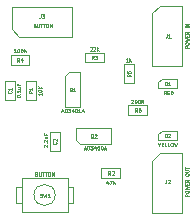
<source format=gbr>
%TF.GenerationSoftware,KiCad,Pcbnew,8.0.1*%
%TF.CreationDate,2024-05-12T21:11:43+05:30*%
%TF.ProjectId,PBSEQ-D2,50425345-512d-4443-922e-6b696361645f,0.1*%
%TF.SameCoordinates,Original*%
%TF.FileFunction,AssemblyDrawing,Top*%
%FSLAX46Y46*%
G04 Gerber Fmt 4.6, Leading zero omitted, Abs format (unit mm)*
G04 Created by KiCad (PCBNEW 8.0.1) date 2024-05-12 21:11:43*
%MOMM*%
%LPD*%
G01*
G04 APERTURE LIST*
%ADD10C,0.060000*%
%ADD11C,0.100000*%
G04 APERTURE END LIST*
D10*
X138416428Y-95539237D02*
X138430714Y-95524951D01*
X138430714Y-95524951D02*
X138459286Y-95510665D01*
X138459286Y-95510665D02*
X138530714Y-95510665D01*
X138530714Y-95510665D02*
X138559286Y-95524951D01*
X138559286Y-95524951D02*
X138573571Y-95539237D01*
X138573571Y-95539237D02*
X138587857Y-95567808D01*
X138587857Y-95567808D02*
X138587857Y-95596380D01*
X138587857Y-95596380D02*
X138573571Y-95639237D01*
X138573571Y-95639237D02*
X138402143Y-95810665D01*
X138402143Y-95810665D02*
X138587857Y-95810665D01*
X138702142Y-95539237D02*
X138716428Y-95524951D01*
X138716428Y-95524951D02*
X138745000Y-95510665D01*
X138745000Y-95510665D02*
X138816428Y-95510665D01*
X138816428Y-95510665D02*
X138845000Y-95524951D01*
X138845000Y-95524951D02*
X138859285Y-95539237D01*
X138859285Y-95539237D02*
X138873571Y-95567808D01*
X138873571Y-95567808D02*
X138873571Y-95596380D01*
X138873571Y-95596380D02*
X138859285Y-95639237D01*
X138859285Y-95639237D02*
X138687857Y-95810665D01*
X138687857Y-95810665D02*
X138873571Y-95810665D01*
X139002142Y-95810665D02*
X139002142Y-95510665D01*
X139173571Y-95810665D02*
X139044999Y-95639237D01*
X139173571Y-95510665D02*
X139002142Y-95682094D01*
X138745000Y-96540665D02*
X138645000Y-96397808D01*
X138573571Y-96540665D02*
X138573571Y-96240665D01*
X138573571Y-96240665D02*
X138687857Y-96240665D01*
X138687857Y-96240665D02*
X138716428Y-96254951D01*
X138716428Y-96254951D02*
X138730714Y-96269237D01*
X138730714Y-96269237D02*
X138745000Y-96297808D01*
X138745000Y-96297808D02*
X138745000Y-96340665D01*
X138745000Y-96340665D02*
X138730714Y-96369237D01*
X138730714Y-96369237D02*
X138716428Y-96383522D01*
X138716428Y-96383522D02*
X138687857Y-96397808D01*
X138687857Y-96397808D02*
X138573571Y-96397808D01*
X138845000Y-96240665D02*
X139030714Y-96240665D01*
X139030714Y-96240665D02*
X138930714Y-96354951D01*
X138930714Y-96354951D02*
X138973571Y-96354951D01*
X138973571Y-96354951D02*
X139002143Y-96369237D01*
X139002143Y-96369237D02*
X139016428Y-96383522D01*
X139016428Y-96383522D02*
X139030714Y-96412094D01*
X139030714Y-96412094D02*
X139030714Y-96483522D01*
X139030714Y-96483522D02*
X139016428Y-96512094D01*
X139016428Y-96512094D02*
X139002143Y-96526380D01*
X139002143Y-96526380D02*
X138973571Y-96540665D01*
X138973571Y-96540665D02*
X138887857Y-96540665D01*
X138887857Y-96540665D02*
X138859285Y-96526380D01*
X138859285Y-96526380D02*
X138845000Y-96512094D01*
X141625714Y-96765665D02*
X141454285Y-96765665D01*
X141540000Y-96765665D02*
X141540000Y-96465665D01*
X141540000Y-96465665D02*
X141511428Y-96508522D01*
X141511428Y-96508522D02*
X141482857Y-96537094D01*
X141482857Y-96537094D02*
X141454285Y-96551380D01*
X141754285Y-96765665D02*
X141754285Y-96465665D01*
X141925714Y-96765665D02*
X141797142Y-96594237D01*
X141925714Y-96465665D02*
X141754285Y-96637094D01*
X141875665Y-97829999D02*
X141732808Y-97929999D01*
X141875665Y-98001428D02*
X141575665Y-98001428D01*
X141575665Y-98001428D02*
X141575665Y-97887142D01*
X141575665Y-97887142D02*
X141589951Y-97858571D01*
X141589951Y-97858571D02*
X141604237Y-97844285D01*
X141604237Y-97844285D02*
X141632808Y-97829999D01*
X141632808Y-97829999D02*
X141675665Y-97829999D01*
X141675665Y-97829999D02*
X141704237Y-97844285D01*
X141704237Y-97844285D02*
X141718522Y-97858571D01*
X141718522Y-97858571D02*
X141732808Y-97887142D01*
X141732808Y-97887142D02*
X141732808Y-98001428D01*
X141575665Y-97558571D02*
X141575665Y-97701428D01*
X141575665Y-97701428D02*
X141718522Y-97715714D01*
X141718522Y-97715714D02*
X141704237Y-97701428D01*
X141704237Y-97701428D02*
X141689951Y-97672857D01*
X141689951Y-97672857D02*
X141689951Y-97601428D01*
X141689951Y-97601428D02*
X141704237Y-97572857D01*
X141704237Y-97572857D02*
X141718522Y-97558571D01*
X141718522Y-97558571D02*
X141747094Y-97544285D01*
X141747094Y-97544285D02*
X141818522Y-97544285D01*
X141818522Y-97544285D02*
X141847094Y-97558571D01*
X141847094Y-97558571D02*
X141861380Y-97572857D01*
X141861380Y-97572857D02*
X141875665Y-97601428D01*
X141875665Y-97601428D02*
X141875665Y-97672857D01*
X141875665Y-97672857D02*
X141861380Y-97701428D01*
X141861380Y-97701428D02*
X141847094Y-97715714D01*
X133751428Y-93681022D02*
X133794285Y-93695308D01*
X133794285Y-93695308D02*
X133808571Y-93709594D01*
X133808571Y-93709594D02*
X133822857Y-93738165D01*
X133822857Y-93738165D02*
X133822857Y-93781022D01*
X133822857Y-93781022D02*
X133808571Y-93809594D01*
X133808571Y-93809594D02*
X133794285Y-93823880D01*
X133794285Y-93823880D02*
X133765714Y-93838165D01*
X133765714Y-93838165D02*
X133651428Y-93838165D01*
X133651428Y-93838165D02*
X133651428Y-93538165D01*
X133651428Y-93538165D02*
X133751428Y-93538165D01*
X133751428Y-93538165D02*
X133780000Y-93552451D01*
X133780000Y-93552451D02*
X133794285Y-93566737D01*
X133794285Y-93566737D02*
X133808571Y-93595308D01*
X133808571Y-93595308D02*
X133808571Y-93623880D01*
X133808571Y-93623880D02*
X133794285Y-93652451D01*
X133794285Y-93652451D02*
X133780000Y-93666737D01*
X133780000Y-93666737D02*
X133751428Y-93681022D01*
X133751428Y-93681022D02*
X133651428Y-93681022D01*
X133951428Y-93538165D02*
X133951428Y-93781022D01*
X133951428Y-93781022D02*
X133965714Y-93809594D01*
X133965714Y-93809594D02*
X133980000Y-93823880D01*
X133980000Y-93823880D02*
X134008571Y-93838165D01*
X134008571Y-93838165D02*
X134065714Y-93838165D01*
X134065714Y-93838165D02*
X134094285Y-93823880D01*
X134094285Y-93823880D02*
X134108571Y-93809594D01*
X134108571Y-93809594D02*
X134122857Y-93781022D01*
X134122857Y-93781022D02*
X134122857Y-93538165D01*
X134222857Y-93538165D02*
X134394286Y-93538165D01*
X134308571Y-93838165D02*
X134308571Y-93538165D01*
X134451428Y-93538165D02*
X134622857Y-93538165D01*
X134537142Y-93838165D02*
X134537142Y-93538165D01*
X134779999Y-93538165D02*
X134837142Y-93538165D01*
X134837142Y-93538165D02*
X134865713Y-93552451D01*
X134865713Y-93552451D02*
X134894285Y-93581022D01*
X134894285Y-93581022D02*
X134908570Y-93638165D01*
X134908570Y-93638165D02*
X134908570Y-93738165D01*
X134908570Y-93738165D02*
X134894285Y-93795308D01*
X134894285Y-93795308D02*
X134865713Y-93823880D01*
X134865713Y-93823880D02*
X134837142Y-93838165D01*
X134837142Y-93838165D02*
X134779999Y-93838165D01*
X134779999Y-93838165D02*
X134751428Y-93823880D01*
X134751428Y-93823880D02*
X134722856Y-93795308D01*
X134722856Y-93795308D02*
X134708570Y-93738165D01*
X134708570Y-93738165D02*
X134708570Y-93638165D01*
X134708570Y-93638165D02*
X134722856Y-93581022D01*
X134722856Y-93581022D02*
X134751428Y-93552451D01*
X134751428Y-93552451D02*
X134779999Y-93538165D01*
X135037142Y-93838165D02*
X135037142Y-93538165D01*
X135037142Y-93538165D02*
X135208571Y-93838165D01*
X135208571Y-93838165D02*
X135208571Y-93538165D01*
X134247500Y-92755665D02*
X134247500Y-92969951D01*
X134247500Y-92969951D02*
X134233215Y-93012808D01*
X134233215Y-93012808D02*
X134204643Y-93041380D01*
X134204643Y-93041380D02*
X134161786Y-93055665D01*
X134161786Y-93055665D02*
X134133215Y-93055665D01*
X134361786Y-92755665D02*
X134547500Y-92755665D01*
X134547500Y-92755665D02*
X134447500Y-92869951D01*
X134447500Y-92869951D02*
X134490357Y-92869951D01*
X134490357Y-92869951D02*
X134518929Y-92884237D01*
X134518929Y-92884237D02*
X134533214Y-92898522D01*
X134533214Y-92898522D02*
X134547500Y-92927094D01*
X134547500Y-92927094D02*
X134547500Y-92998522D01*
X134547500Y-92998522D02*
X134533214Y-93027094D01*
X134533214Y-93027094D02*
X134518929Y-93041380D01*
X134518929Y-93041380D02*
X134490357Y-93055665D01*
X134490357Y-93055665D02*
X134404643Y-93055665D01*
X134404643Y-93055665D02*
X134376071Y-93041380D01*
X134376071Y-93041380D02*
X134361786Y-93027094D01*
X146785665Y-95605714D02*
X146485665Y-95605714D01*
X146485665Y-95605714D02*
X146485665Y-95491428D01*
X146485665Y-95491428D02*
X146499951Y-95462857D01*
X146499951Y-95462857D02*
X146514237Y-95448571D01*
X146514237Y-95448571D02*
X146542808Y-95434285D01*
X146542808Y-95434285D02*
X146585665Y-95434285D01*
X146585665Y-95434285D02*
X146614237Y-95448571D01*
X146614237Y-95448571D02*
X146628522Y-95462857D01*
X146628522Y-95462857D02*
X146642808Y-95491428D01*
X146642808Y-95491428D02*
X146642808Y-95605714D01*
X146485665Y-95248571D02*
X146485665Y-95191428D01*
X146485665Y-95191428D02*
X146499951Y-95162857D01*
X146499951Y-95162857D02*
X146528522Y-95134285D01*
X146528522Y-95134285D02*
X146585665Y-95120000D01*
X146585665Y-95120000D02*
X146685665Y-95120000D01*
X146685665Y-95120000D02*
X146742808Y-95134285D01*
X146742808Y-95134285D02*
X146771380Y-95162857D01*
X146771380Y-95162857D02*
X146785665Y-95191428D01*
X146785665Y-95191428D02*
X146785665Y-95248571D01*
X146785665Y-95248571D02*
X146771380Y-95277143D01*
X146771380Y-95277143D02*
X146742808Y-95305714D01*
X146742808Y-95305714D02*
X146685665Y-95320000D01*
X146685665Y-95320000D02*
X146585665Y-95320000D01*
X146585665Y-95320000D02*
X146528522Y-95305714D01*
X146528522Y-95305714D02*
X146499951Y-95277143D01*
X146499951Y-95277143D02*
X146485665Y-95248571D01*
X146485665Y-95019999D02*
X146785665Y-94948571D01*
X146785665Y-94948571D02*
X146571380Y-94891428D01*
X146571380Y-94891428D02*
X146785665Y-94834285D01*
X146785665Y-94834285D02*
X146485665Y-94762857D01*
X146628522Y-94648571D02*
X146628522Y-94548571D01*
X146785665Y-94505714D02*
X146785665Y-94648571D01*
X146785665Y-94648571D02*
X146485665Y-94648571D01*
X146485665Y-94648571D02*
X146485665Y-94505714D01*
X146785665Y-94205713D02*
X146642808Y-94305713D01*
X146785665Y-94377142D02*
X146485665Y-94377142D01*
X146485665Y-94377142D02*
X146485665Y-94262856D01*
X146485665Y-94262856D02*
X146499951Y-94234285D01*
X146499951Y-94234285D02*
X146514237Y-94219999D01*
X146514237Y-94219999D02*
X146542808Y-94205713D01*
X146542808Y-94205713D02*
X146585665Y-94205713D01*
X146585665Y-94205713D02*
X146614237Y-94219999D01*
X146614237Y-94219999D02*
X146628522Y-94234285D01*
X146628522Y-94234285D02*
X146642808Y-94262856D01*
X146642808Y-94262856D02*
X146642808Y-94377142D01*
X146785665Y-93848571D02*
X146485665Y-93848571D01*
X146785665Y-93705714D02*
X146485665Y-93705714D01*
X146485665Y-93705714D02*
X146785665Y-93534285D01*
X146785665Y-93534285D02*
X146485665Y-93534285D01*
X144950000Y-94405665D02*
X144950000Y-94619951D01*
X144950000Y-94619951D02*
X144935715Y-94662808D01*
X144935715Y-94662808D02*
X144907143Y-94691380D01*
X144907143Y-94691380D02*
X144864286Y-94705665D01*
X144864286Y-94705665D02*
X144835715Y-94705665D01*
X145250000Y-94705665D02*
X145078571Y-94705665D01*
X145164286Y-94705665D02*
X145164286Y-94405665D01*
X145164286Y-94405665D02*
X145135714Y-94448522D01*
X145135714Y-94448522D02*
X145107143Y-94477094D01*
X145107143Y-94477094D02*
X145078571Y-94491380D01*
X136026428Y-100955951D02*
X136169286Y-100955951D01*
X135997857Y-101041665D02*
X136097857Y-100741665D01*
X136097857Y-100741665D02*
X136197857Y-101041665D01*
X136355000Y-100741665D02*
X136412143Y-100741665D01*
X136412143Y-100741665D02*
X136440714Y-100755951D01*
X136440714Y-100755951D02*
X136469286Y-100784522D01*
X136469286Y-100784522D02*
X136483571Y-100841665D01*
X136483571Y-100841665D02*
X136483571Y-100941665D01*
X136483571Y-100941665D02*
X136469286Y-100998808D01*
X136469286Y-100998808D02*
X136440714Y-101027380D01*
X136440714Y-101027380D02*
X136412143Y-101041665D01*
X136412143Y-101041665D02*
X136355000Y-101041665D01*
X136355000Y-101041665D02*
X136326429Y-101027380D01*
X136326429Y-101027380D02*
X136297857Y-100998808D01*
X136297857Y-100998808D02*
X136283571Y-100941665D01*
X136283571Y-100941665D02*
X136283571Y-100841665D01*
X136283571Y-100841665D02*
X136297857Y-100784522D01*
X136297857Y-100784522D02*
X136326429Y-100755951D01*
X136326429Y-100755951D02*
X136355000Y-100741665D01*
X136583572Y-100741665D02*
X136769286Y-100741665D01*
X136769286Y-100741665D02*
X136669286Y-100855951D01*
X136669286Y-100855951D02*
X136712143Y-100855951D01*
X136712143Y-100855951D02*
X136740715Y-100870237D01*
X136740715Y-100870237D02*
X136755000Y-100884522D01*
X136755000Y-100884522D02*
X136769286Y-100913094D01*
X136769286Y-100913094D02*
X136769286Y-100984522D01*
X136769286Y-100984522D02*
X136755000Y-101013094D01*
X136755000Y-101013094D02*
X136740715Y-101027380D01*
X136740715Y-101027380D02*
X136712143Y-101041665D01*
X136712143Y-101041665D02*
X136626429Y-101041665D01*
X136626429Y-101041665D02*
X136597857Y-101027380D01*
X136597857Y-101027380D02*
X136583572Y-101013094D01*
X137026429Y-100841665D02*
X137026429Y-101041665D01*
X136955000Y-100727380D02*
X136883571Y-100941665D01*
X136883571Y-100941665D02*
X137069286Y-100941665D01*
X137240714Y-100741665D02*
X137269285Y-100741665D01*
X137269285Y-100741665D02*
X137297857Y-100755951D01*
X137297857Y-100755951D02*
X137312143Y-100770237D01*
X137312143Y-100770237D02*
X137326428Y-100798808D01*
X137326428Y-100798808D02*
X137340714Y-100855951D01*
X137340714Y-100855951D02*
X137340714Y-100927380D01*
X137340714Y-100927380D02*
X137326428Y-100984522D01*
X137326428Y-100984522D02*
X137312143Y-101013094D01*
X137312143Y-101013094D02*
X137297857Y-101027380D01*
X137297857Y-101027380D02*
X137269285Y-101041665D01*
X137269285Y-101041665D02*
X137240714Y-101041665D01*
X137240714Y-101041665D02*
X137212143Y-101027380D01*
X137212143Y-101027380D02*
X137197857Y-101013094D01*
X137197857Y-101013094D02*
X137183571Y-100984522D01*
X137183571Y-100984522D02*
X137169285Y-100927380D01*
X137169285Y-100927380D02*
X137169285Y-100855951D01*
X137169285Y-100855951D02*
X137183571Y-100798808D01*
X137183571Y-100798808D02*
X137197857Y-100770237D01*
X137197857Y-100770237D02*
X137212143Y-100755951D01*
X137212143Y-100755951D02*
X137240714Y-100741665D01*
X137626428Y-101041665D02*
X137454999Y-101041665D01*
X137540714Y-101041665D02*
X137540714Y-100741665D01*
X137540714Y-100741665D02*
X137512142Y-100784522D01*
X137512142Y-100784522D02*
X137483571Y-100813094D01*
X137483571Y-100813094D02*
X137454999Y-100827380D01*
X137740713Y-100955951D02*
X137883571Y-100955951D01*
X137712142Y-101041665D02*
X137812142Y-100741665D01*
X137812142Y-100741665D02*
X137912142Y-101041665D01*
X136926428Y-99270237D02*
X136897857Y-99255951D01*
X136897857Y-99255951D02*
X136869285Y-99227380D01*
X136869285Y-99227380D02*
X136826428Y-99184522D01*
X136826428Y-99184522D02*
X136797857Y-99170237D01*
X136797857Y-99170237D02*
X136769285Y-99170237D01*
X136783571Y-99241665D02*
X136755000Y-99227380D01*
X136755000Y-99227380D02*
X136726428Y-99198808D01*
X136726428Y-99198808D02*
X136712142Y-99141665D01*
X136712142Y-99141665D02*
X136712142Y-99041665D01*
X136712142Y-99041665D02*
X136726428Y-98984522D01*
X136726428Y-98984522D02*
X136755000Y-98955951D01*
X136755000Y-98955951D02*
X136783571Y-98941665D01*
X136783571Y-98941665D02*
X136840714Y-98941665D01*
X136840714Y-98941665D02*
X136869285Y-98955951D01*
X136869285Y-98955951D02*
X136897857Y-98984522D01*
X136897857Y-98984522D02*
X136912142Y-99041665D01*
X136912142Y-99041665D02*
X136912142Y-99141665D01*
X136912142Y-99141665D02*
X136897857Y-99198808D01*
X136897857Y-99198808D02*
X136869285Y-99227380D01*
X136869285Y-99227380D02*
X136840714Y-99241665D01*
X136840714Y-99241665D02*
X136783571Y-99241665D01*
X137197857Y-99241665D02*
X137026428Y-99241665D01*
X137112143Y-99241665D02*
X137112143Y-98941665D01*
X137112143Y-98941665D02*
X137083571Y-98984522D01*
X137083571Y-98984522D02*
X137055000Y-99013094D01*
X137055000Y-99013094D02*
X137026428Y-99027380D01*
X144857143Y-99525665D02*
X144757143Y-99382808D01*
X144685714Y-99525665D02*
X144685714Y-99225665D01*
X144685714Y-99225665D02*
X144800000Y-99225665D01*
X144800000Y-99225665D02*
X144828571Y-99239951D01*
X144828571Y-99239951D02*
X144842857Y-99254237D01*
X144842857Y-99254237D02*
X144857143Y-99282808D01*
X144857143Y-99282808D02*
X144857143Y-99325665D01*
X144857143Y-99325665D02*
X144842857Y-99354237D01*
X144842857Y-99354237D02*
X144828571Y-99368522D01*
X144828571Y-99368522D02*
X144800000Y-99382808D01*
X144800000Y-99382808D02*
X144685714Y-99382808D01*
X144985714Y-99368522D02*
X145085714Y-99368522D01*
X145128571Y-99525665D02*
X144985714Y-99525665D01*
X144985714Y-99525665D02*
X144985714Y-99225665D01*
X144985714Y-99225665D02*
X145128571Y-99225665D01*
X145257143Y-99525665D02*
X145257143Y-99225665D01*
X145257143Y-99225665D02*
X145328572Y-99225665D01*
X145328572Y-99225665D02*
X145371429Y-99239951D01*
X145371429Y-99239951D02*
X145400000Y-99268522D01*
X145400000Y-99268522D02*
X145414286Y-99297094D01*
X145414286Y-99297094D02*
X145428572Y-99354237D01*
X145428572Y-99354237D02*
X145428572Y-99397094D01*
X145428572Y-99397094D02*
X145414286Y-99454237D01*
X145414286Y-99454237D02*
X145400000Y-99482808D01*
X145400000Y-99482808D02*
X145371429Y-99511380D01*
X145371429Y-99511380D02*
X145328572Y-99525665D01*
X145328572Y-99525665D02*
X145257143Y-99525665D01*
X144778571Y-98745665D02*
X144778571Y-98445665D01*
X144778571Y-98445665D02*
X144850000Y-98445665D01*
X144850000Y-98445665D02*
X144892857Y-98459951D01*
X144892857Y-98459951D02*
X144921428Y-98488522D01*
X144921428Y-98488522D02*
X144935714Y-98517094D01*
X144935714Y-98517094D02*
X144950000Y-98574237D01*
X144950000Y-98574237D02*
X144950000Y-98617094D01*
X144950000Y-98617094D02*
X144935714Y-98674237D01*
X144935714Y-98674237D02*
X144921428Y-98702808D01*
X144921428Y-98702808D02*
X144892857Y-98731380D01*
X144892857Y-98731380D02*
X144850000Y-98745665D01*
X144850000Y-98745665D02*
X144778571Y-98745665D01*
X145235714Y-98745665D02*
X145064285Y-98745665D01*
X145150000Y-98745665D02*
X145150000Y-98445665D01*
X145150000Y-98445665D02*
X145121428Y-98488522D01*
X145121428Y-98488522D02*
X145092857Y-98517094D01*
X145092857Y-98517094D02*
X145064285Y-98531380D01*
X139969286Y-106950665D02*
X139969286Y-107150665D01*
X139897857Y-106836380D02*
X139826428Y-107050665D01*
X139826428Y-107050665D02*
X140012143Y-107050665D01*
X140097857Y-106850665D02*
X140297857Y-106850665D01*
X140297857Y-106850665D02*
X140169285Y-107150665D01*
X140412142Y-107150665D02*
X140412142Y-106850665D01*
X140583571Y-107150665D02*
X140454999Y-106979237D01*
X140583571Y-106850665D02*
X140412142Y-107022094D01*
X140155000Y-106320665D02*
X140055000Y-106177808D01*
X139983571Y-106320665D02*
X139983571Y-106020665D01*
X139983571Y-106020665D02*
X140097857Y-106020665D01*
X140097857Y-106020665D02*
X140126428Y-106034951D01*
X140126428Y-106034951D02*
X140140714Y-106049237D01*
X140140714Y-106049237D02*
X140155000Y-106077808D01*
X140155000Y-106077808D02*
X140155000Y-106120665D01*
X140155000Y-106120665D02*
X140140714Y-106149237D01*
X140140714Y-106149237D02*
X140126428Y-106163522D01*
X140126428Y-106163522D02*
X140097857Y-106177808D01*
X140097857Y-106177808D02*
X139983571Y-106177808D01*
X140269285Y-106049237D02*
X140283571Y-106034951D01*
X140283571Y-106034951D02*
X140312143Y-106020665D01*
X140312143Y-106020665D02*
X140383571Y-106020665D01*
X140383571Y-106020665D02*
X140412143Y-106034951D01*
X140412143Y-106034951D02*
X140426428Y-106049237D01*
X140426428Y-106049237D02*
X140440714Y-106077808D01*
X140440714Y-106077808D02*
X140440714Y-106106380D01*
X140440714Y-106106380D02*
X140426428Y-106149237D01*
X140426428Y-106149237D02*
X140255000Y-106320665D01*
X140255000Y-106320665D02*
X140440714Y-106320665D01*
X141918571Y-99984237D02*
X141932857Y-99969951D01*
X141932857Y-99969951D02*
X141961429Y-99955665D01*
X141961429Y-99955665D02*
X142032857Y-99955665D01*
X142032857Y-99955665D02*
X142061429Y-99969951D01*
X142061429Y-99969951D02*
X142075714Y-99984237D01*
X142075714Y-99984237D02*
X142090000Y-100012808D01*
X142090000Y-100012808D02*
X142090000Y-100041380D01*
X142090000Y-100041380D02*
X142075714Y-100084237D01*
X142075714Y-100084237D02*
X141904286Y-100255665D01*
X141904286Y-100255665D02*
X142090000Y-100255665D01*
X142275714Y-99955665D02*
X142304285Y-99955665D01*
X142304285Y-99955665D02*
X142332857Y-99969951D01*
X142332857Y-99969951D02*
X142347143Y-99984237D01*
X142347143Y-99984237D02*
X142361428Y-100012808D01*
X142361428Y-100012808D02*
X142375714Y-100069951D01*
X142375714Y-100069951D02*
X142375714Y-100141380D01*
X142375714Y-100141380D02*
X142361428Y-100198522D01*
X142361428Y-100198522D02*
X142347143Y-100227094D01*
X142347143Y-100227094D02*
X142332857Y-100241380D01*
X142332857Y-100241380D02*
X142304285Y-100255665D01*
X142304285Y-100255665D02*
X142275714Y-100255665D01*
X142275714Y-100255665D02*
X142247143Y-100241380D01*
X142247143Y-100241380D02*
X142232857Y-100227094D01*
X142232857Y-100227094D02*
X142218571Y-100198522D01*
X142218571Y-100198522D02*
X142204285Y-100141380D01*
X142204285Y-100141380D02*
X142204285Y-100069951D01*
X142204285Y-100069951D02*
X142218571Y-100012808D01*
X142218571Y-100012808D02*
X142232857Y-99984237D01*
X142232857Y-99984237D02*
X142247143Y-99969951D01*
X142247143Y-99969951D02*
X142275714Y-99955665D01*
X142561428Y-99955665D02*
X142589999Y-99955665D01*
X142589999Y-99955665D02*
X142618571Y-99969951D01*
X142618571Y-99969951D02*
X142632857Y-99984237D01*
X142632857Y-99984237D02*
X142647142Y-100012808D01*
X142647142Y-100012808D02*
X142661428Y-100069951D01*
X142661428Y-100069951D02*
X142661428Y-100141380D01*
X142661428Y-100141380D02*
X142647142Y-100198522D01*
X142647142Y-100198522D02*
X142632857Y-100227094D01*
X142632857Y-100227094D02*
X142618571Y-100241380D01*
X142618571Y-100241380D02*
X142589999Y-100255665D01*
X142589999Y-100255665D02*
X142561428Y-100255665D01*
X142561428Y-100255665D02*
X142532857Y-100241380D01*
X142532857Y-100241380D02*
X142518571Y-100227094D01*
X142518571Y-100227094D02*
X142504285Y-100198522D01*
X142504285Y-100198522D02*
X142489999Y-100141380D01*
X142489999Y-100141380D02*
X142489999Y-100069951D01*
X142489999Y-100069951D02*
X142504285Y-100012808D01*
X142504285Y-100012808D02*
X142518571Y-99984237D01*
X142518571Y-99984237D02*
X142532857Y-99969951D01*
X142532857Y-99969951D02*
X142561428Y-99955665D01*
X142961428Y-100255665D02*
X142861428Y-100112808D01*
X142789999Y-100255665D02*
X142789999Y-99955665D01*
X142789999Y-99955665D02*
X142904285Y-99955665D01*
X142904285Y-99955665D02*
X142932856Y-99969951D01*
X142932856Y-99969951D02*
X142947142Y-99984237D01*
X142947142Y-99984237D02*
X142961428Y-100012808D01*
X142961428Y-100012808D02*
X142961428Y-100055665D01*
X142961428Y-100055665D02*
X142947142Y-100084237D01*
X142947142Y-100084237D02*
X142932856Y-100098522D01*
X142932856Y-100098522D02*
X142904285Y-100112808D01*
X142904285Y-100112808D02*
X142789999Y-100112808D01*
X142440000Y-100985665D02*
X142340000Y-100842808D01*
X142268571Y-100985665D02*
X142268571Y-100685665D01*
X142268571Y-100685665D02*
X142382857Y-100685665D01*
X142382857Y-100685665D02*
X142411428Y-100699951D01*
X142411428Y-100699951D02*
X142425714Y-100714237D01*
X142425714Y-100714237D02*
X142440000Y-100742808D01*
X142440000Y-100742808D02*
X142440000Y-100785665D01*
X142440000Y-100785665D02*
X142425714Y-100814237D01*
X142425714Y-100814237D02*
X142411428Y-100828522D01*
X142411428Y-100828522D02*
X142382857Y-100842808D01*
X142382857Y-100842808D02*
X142268571Y-100842808D01*
X142697143Y-100685665D02*
X142640000Y-100685665D01*
X142640000Y-100685665D02*
X142611428Y-100699951D01*
X142611428Y-100699951D02*
X142597143Y-100714237D01*
X142597143Y-100714237D02*
X142568571Y-100757094D01*
X142568571Y-100757094D02*
X142554285Y-100814237D01*
X142554285Y-100814237D02*
X142554285Y-100928522D01*
X142554285Y-100928522D02*
X142568571Y-100957094D01*
X142568571Y-100957094D02*
X142582857Y-100971380D01*
X142582857Y-100971380D02*
X142611428Y-100985665D01*
X142611428Y-100985665D02*
X142668571Y-100985665D01*
X142668571Y-100985665D02*
X142697143Y-100971380D01*
X142697143Y-100971380D02*
X142711428Y-100957094D01*
X142711428Y-100957094D02*
X142725714Y-100928522D01*
X142725714Y-100928522D02*
X142725714Y-100857094D01*
X142725714Y-100857094D02*
X142711428Y-100828522D01*
X142711428Y-100828522D02*
X142697143Y-100814237D01*
X142697143Y-100814237D02*
X142668571Y-100799951D01*
X142668571Y-100799951D02*
X142611428Y-100799951D01*
X142611428Y-100799951D02*
X142582857Y-100814237D01*
X142582857Y-100814237D02*
X142568571Y-100828522D01*
X142568571Y-100828522D02*
X142554285Y-100857094D01*
X146785665Y-108155714D02*
X146485665Y-108155714D01*
X146485665Y-108155714D02*
X146485665Y-108041428D01*
X146485665Y-108041428D02*
X146499951Y-108012857D01*
X146499951Y-108012857D02*
X146514237Y-107998571D01*
X146514237Y-107998571D02*
X146542808Y-107984285D01*
X146542808Y-107984285D02*
X146585665Y-107984285D01*
X146585665Y-107984285D02*
X146614237Y-107998571D01*
X146614237Y-107998571D02*
X146628522Y-108012857D01*
X146628522Y-108012857D02*
X146642808Y-108041428D01*
X146642808Y-108041428D02*
X146642808Y-108155714D01*
X146485665Y-107798571D02*
X146485665Y-107741428D01*
X146485665Y-107741428D02*
X146499951Y-107712857D01*
X146499951Y-107712857D02*
X146528522Y-107684285D01*
X146528522Y-107684285D02*
X146585665Y-107670000D01*
X146585665Y-107670000D02*
X146685665Y-107670000D01*
X146685665Y-107670000D02*
X146742808Y-107684285D01*
X146742808Y-107684285D02*
X146771380Y-107712857D01*
X146771380Y-107712857D02*
X146785665Y-107741428D01*
X146785665Y-107741428D02*
X146785665Y-107798571D01*
X146785665Y-107798571D02*
X146771380Y-107827143D01*
X146771380Y-107827143D02*
X146742808Y-107855714D01*
X146742808Y-107855714D02*
X146685665Y-107870000D01*
X146685665Y-107870000D02*
X146585665Y-107870000D01*
X146585665Y-107870000D02*
X146528522Y-107855714D01*
X146528522Y-107855714D02*
X146499951Y-107827143D01*
X146499951Y-107827143D02*
X146485665Y-107798571D01*
X146485665Y-107569999D02*
X146785665Y-107498571D01*
X146785665Y-107498571D02*
X146571380Y-107441428D01*
X146571380Y-107441428D02*
X146785665Y-107384285D01*
X146785665Y-107384285D02*
X146485665Y-107312857D01*
X146628522Y-107198571D02*
X146628522Y-107098571D01*
X146785665Y-107055714D02*
X146785665Y-107198571D01*
X146785665Y-107198571D02*
X146485665Y-107198571D01*
X146485665Y-107198571D02*
X146485665Y-107055714D01*
X146785665Y-106755713D02*
X146642808Y-106855713D01*
X146785665Y-106927142D02*
X146485665Y-106927142D01*
X146485665Y-106927142D02*
X146485665Y-106812856D01*
X146485665Y-106812856D02*
X146499951Y-106784285D01*
X146499951Y-106784285D02*
X146514237Y-106769999D01*
X146514237Y-106769999D02*
X146542808Y-106755713D01*
X146542808Y-106755713D02*
X146585665Y-106755713D01*
X146585665Y-106755713D02*
X146614237Y-106769999D01*
X146614237Y-106769999D02*
X146628522Y-106784285D01*
X146628522Y-106784285D02*
X146642808Y-106812856D01*
X146642808Y-106812856D02*
X146642808Y-106927142D01*
X146485665Y-106341428D02*
X146485665Y-106284285D01*
X146485665Y-106284285D02*
X146499951Y-106255714D01*
X146499951Y-106255714D02*
X146528522Y-106227142D01*
X146528522Y-106227142D02*
X146585665Y-106212857D01*
X146585665Y-106212857D02*
X146685665Y-106212857D01*
X146685665Y-106212857D02*
X146742808Y-106227142D01*
X146742808Y-106227142D02*
X146771380Y-106255714D01*
X146771380Y-106255714D02*
X146785665Y-106284285D01*
X146785665Y-106284285D02*
X146785665Y-106341428D01*
X146785665Y-106341428D02*
X146771380Y-106370000D01*
X146771380Y-106370000D02*
X146742808Y-106398571D01*
X146742808Y-106398571D02*
X146685665Y-106412857D01*
X146685665Y-106412857D02*
X146585665Y-106412857D01*
X146585665Y-106412857D02*
X146528522Y-106398571D01*
X146528522Y-106398571D02*
X146499951Y-106370000D01*
X146499951Y-106370000D02*
X146485665Y-106341428D01*
X146485665Y-106084285D02*
X146728522Y-106084285D01*
X146728522Y-106084285D02*
X146757094Y-106069999D01*
X146757094Y-106069999D02*
X146771380Y-106055714D01*
X146771380Y-106055714D02*
X146785665Y-106027142D01*
X146785665Y-106027142D02*
X146785665Y-105969999D01*
X146785665Y-105969999D02*
X146771380Y-105941428D01*
X146771380Y-105941428D02*
X146757094Y-105927142D01*
X146757094Y-105927142D02*
X146728522Y-105912856D01*
X146728522Y-105912856D02*
X146485665Y-105912856D01*
X146485665Y-105812856D02*
X146485665Y-105641428D01*
X146785665Y-105727142D02*
X146485665Y-105727142D01*
X144900000Y-106755665D02*
X144900000Y-106969951D01*
X144900000Y-106969951D02*
X144885715Y-107012808D01*
X144885715Y-107012808D02*
X144857143Y-107041380D01*
X144857143Y-107041380D02*
X144814286Y-107055665D01*
X144814286Y-107055665D02*
X144785715Y-107055665D01*
X145028571Y-106784237D02*
X145042857Y-106769951D01*
X145042857Y-106769951D02*
X145071429Y-106755665D01*
X145071429Y-106755665D02*
X145142857Y-106755665D01*
X145142857Y-106755665D02*
X145171429Y-106769951D01*
X145171429Y-106769951D02*
X145185714Y-106784237D01*
X145185714Y-106784237D02*
X145200000Y-106812808D01*
X145200000Y-106812808D02*
X145200000Y-106841380D01*
X145200000Y-106841380D02*
X145185714Y-106884237D01*
X145185714Y-106884237D02*
X145014286Y-107055665D01*
X145014286Y-107055665D02*
X145200000Y-107055665D01*
X144292857Y-103772808D02*
X144292857Y-103915665D01*
X144192857Y-103615665D02*
X144292857Y-103772808D01*
X144292857Y-103772808D02*
X144392857Y-103615665D01*
X144492857Y-103758522D02*
X144592857Y-103758522D01*
X144635714Y-103915665D02*
X144492857Y-103915665D01*
X144492857Y-103915665D02*
X144492857Y-103615665D01*
X144492857Y-103615665D02*
X144635714Y-103615665D01*
X144907143Y-103915665D02*
X144764286Y-103915665D01*
X144764286Y-103915665D02*
X144764286Y-103615665D01*
X145150000Y-103915665D02*
X145007143Y-103915665D01*
X145007143Y-103915665D02*
X145007143Y-103615665D01*
X145307143Y-103615665D02*
X145364286Y-103615665D01*
X145364286Y-103615665D02*
X145392857Y-103629951D01*
X145392857Y-103629951D02*
X145421429Y-103658522D01*
X145421429Y-103658522D02*
X145435714Y-103715665D01*
X145435714Y-103715665D02*
X145435714Y-103815665D01*
X145435714Y-103815665D02*
X145421429Y-103872808D01*
X145421429Y-103872808D02*
X145392857Y-103901380D01*
X145392857Y-103901380D02*
X145364286Y-103915665D01*
X145364286Y-103915665D02*
X145307143Y-103915665D01*
X145307143Y-103915665D02*
X145278572Y-103901380D01*
X145278572Y-103901380D02*
X145250000Y-103872808D01*
X145250000Y-103872808D02*
X145235714Y-103815665D01*
X145235714Y-103815665D02*
X145235714Y-103715665D01*
X145235714Y-103715665D02*
X145250000Y-103658522D01*
X145250000Y-103658522D02*
X145278572Y-103629951D01*
X145278572Y-103629951D02*
X145307143Y-103615665D01*
X145535715Y-103615665D02*
X145607143Y-103915665D01*
X145607143Y-103915665D02*
X145664286Y-103701380D01*
X145664286Y-103701380D02*
X145721429Y-103915665D01*
X145721429Y-103915665D02*
X145792858Y-103615665D01*
X144778571Y-103135665D02*
X144778571Y-102835665D01*
X144778571Y-102835665D02*
X144850000Y-102835665D01*
X144850000Y-102835665D02*
X144892857Y-102849951D01*
X144892857Y-102849951D02*
X144921428Y-102878522D01*
X144921428Y-102878522D02*
X144935714Y-102907094D01*
X144935714Y-102907094D02*
X144950000Y-102964237D01*
X144950000Y-102964237D02*
X144950000Y-103007094D01*
X144950000Y-103007094D02*
X144935714Y-103064237D01*
X144935714Y-103064237D02*
X144921428Y-103092808D01*
X144921428Y-103092808D02*
X144892857Y-103121380D01*
X144892857Y-103121380D02*
X144850000Y-103135665D01*
X144850000Y-103135665D02*
X144778571Y-103135665D01*
X145064285Y-102864237D02*
X145078571Y-102849951D01*
X145078571Y-102849951D02*
X145107143Y-102835665D01*
X145107143Y-102835665D02*
X145178571Y-102835665D01*
X145178571Y-102835665D02*
X145207143Y-102849951D01*
X145207143Y-102849951D02*
X145221428Y-102864237D01*
X145221428Y-102864237D02*
X145235714Y-102892808D01*
X145235714Y-102892808D02*
X145235714Y-102921380D01*
X145235714Y-102921380D02*
X145221428Y-102964237D01*
X145221428Y-102964237D02*
X145050000Y-103135665D01*
X145050000Y-103135665D02*
X145235714Y-103135665D01*
X132155000Y-95970665D02*
X131983571Y-95970665D01*
X132069286Y-95970665D02*
X132069286Y-95670665D01*
X132069286Y-95670665D02*
X132040714Y-95713522D01*
X132040714Y-95713522D02*
X132012143Y-95742094D01*
X132012143Y-95742094D02*
X131983571Y-95756380D01*
X132340714Y-95670665D02*
X132369285Y-95670665D01*
X132369285Y-95670665D02*
X132397857Y-95684951D01*
X132397857Y-95684951D02*
X132412143Y-95699237D01*
X132412143Y-95699237D02*
X132426428Y-95727808D01*
X132426428Y-95727808D02*
X132440714Y-95784951D01*
X132440714Y-95784951D02*
X132440714Y-95856380D01*
X132440714Y-95856380D02*
X132426428Y-95913522D01*
X132426428Y-95913522D02*
X132412143Y-95942094D01*
X132412143Y-95942094D02*
X132397857Y-95956380D01*
X132397857Y-95956380D02*
X132369285Y-95970665D01*
X132369285Y-95970665D02*
X132340714Y-95970665D01*
X132340714Y-95970665D02*
X132312143Y-95956380D01*
X132312143Y-95956380D02*
X132297857Y-95942094D01*
X132297857Y-95942094D02*
X132283571Y-95913522D01*
X132283571Y-95913522D02*
X132269285Y-95856380D01*
X132269285Y-95856380D02*
X132269285Y-95784951D01*
X132269285Y-95784951D02*
X132283571Y-95727808D01*
X132283571Y-95727808D02*
X132297857Y-95699237D01*
X132297857Y-95699237D02*
X132312143Y-95684951D01*
X132312143Y-95684951D02*
X132340714Y-95670665D01*
X132626428Y-95670665D02*
X132654999Y-95670665D01*
X132654999Y-95670665D02*
X132683571Y-95684951D01*
X132683571Y-95684951D02*
X132697857Y-95699237D01*
X132697857Y-95699237D02*
X132712142Y-95727808D01*
X132712142Y-95727808D02*
X132726428Y-95784951D01*
X132726428Y-95784951D02*
X132726428Y-95856380D01*
X132726428Y-95856380D02*
X132712142Y-95913522D01*
X132712142Y-95913522D02*
X132697857Y-95942094D01*
X132697857Y-95942094D02*
X132683571Y-95956380D01*
X132683571Y-95956380D02*
X132654999Y-95970665D01*
X132654999Y-95970665D02*
X132626428Y-95970665D01*
X132626428Y-95970665D02*
X132597857Y-95956380D01*
X132597857Y-95956380D02*
X132583571Y-95942094D01*
X132583571Y-95942094D02*
X132569285Y-95913522D01*
X132569285Y-95913522D02*
X132554999Y-95856380D01*
X132554999Y-95856380D02*
X132554999Y-95784951D01*
X132554999Y-95784951D02*
X132569285Y-95727808D01*
X132569285Y-95727808D02*
X132583571Y-95699237D01*
X132583571Y-95699237D02*
X132597857Y-95684951D01*
X132597857Y-95684951D02*
X132626428Y-95670665D01*
X132854999Y-95970665D02*
X132854999Y-95670665D01*
X133026428Y-95970665D02*
X132897856Y-95799237D01*
X133026428Y-95670665D02*
X132854999Y-95842094D01*
X132455000Y-96740665D02*
X132355000Y-96597808D01*
X132283571Y-96740665D02*
X132283571Y-96440665D01*
X132283571Y-96440665D02*
X132397857Y-96440665D01*
X132397857Y-96440665D02*
X132426428Y-96454951D01*
X132426428Y-96454951D02*
X132440714Y-96469237D01*
X132440714Y-96469237D02*
X132455000Y-96497808D01*
X132455000Y-96497808D02*
X132455000Y-96540665D01*
X132455000Y-96540665D02*
X132440714Y-96569237D01*
X132440714Y-96569237D02*
X132426428Y-96583522D01*
X132426428Y-96583522D02*
X132397857Y-96597808D01*
X132397857Y-96597808D02*
X132283571Y-96597808D01*
X132712143Y-96540665D02*
X132712143Y-96740665D01*
X132640714Y-96426380D02*
X132569285Y-96640665D01*
X132569285Y-96640665D02*
X132755000Y-96640665D01*
X132220665Y-99697856D02*
X132220665Y-99669285D01*
X132220665Y-99669285D02*
X132234951Y-99640713D01*
X132234951Y-99640713D02*
X132249237Y-99626428D01*
X132249237Y-99626428D02*
X132277808Y-99612142D01*
X132277808Y-99612142D02*
X132334951Y-99597856D01*
X132334951Y-99597856D02*
X132406380Y-99597856D01*
X132406380Y-99597856D02*
X132463522Y-99612142D01*
X132463522Y-99612142D02*
X132492094Y-99626428D01*
X132492094Y-99626428D02*
X132506380Y-99640713D01*
X132506380Y-99640713D02*
X132520665Y-99669285D01*
X132520665Y-99669285D02*
X132520665Y-99697856D01*
X132520665Y-99697856D02*
X132506380Y-99726428D01*
X132506380Y-99726428D02*
X132492094Y-99740713D01*
X132492094Y-99740713D02*
X132463522Y-99754999D01*
X132463522Y-99754999D02*
X132406380Y-99769285D01*
X132406380Y-99769285D02*
X132334951Y-99769285D01*
X132334951Y-99769285D02*
X132277808Y-99754999D01*
X132277808Y-99754999D02*
X132249237Y-99740713D01*
X132249237Y-99740713D02*
X132234951Y-99726428D01*
X132234951Y-99726428D02*
X132220665Y-99697856D01*
X132492094Y-99469285D02*
X132506380Y-99454999D01*
X132506380Y-99454999D02*
X132520665Y-99469285D01*
X132520665Y-99469285D02*
X132506380Y-99483571D01*
X132506380Y-99483571D02*
X132492094Y-99469285D01*
X132492094Y-99469285D02*
X132520665Y-99469285D01*
X132520665Y-99169285D02*
X132520665Y-99340714D01*
X132520665Y-99254999D02*
X132220665Y-99254999D01*
X132220665Y-99254999D02*
X132263522Y-99283571D01*
X132263522Y-99283571D02*
X132292094Y-99312142D01*
X132292094Y-99312142D02*
X132306380Y-99340714D01*
X132320665Y-98912143D02*
X132520665Y-98912143D01*
X132320665Y-99040714D02*
X132477808Y-99040714D01*
X132477808Y-99040714D02*
X132506380Y-99026428D01*
X132506380Y-99026428D02*
X132520665Y-98997857D01*
X132520665Y-98997857D02*
X132520665Y-98955000D01*
X132520665Y-98955000D02*
X132506380Y-98926428D01*
X132506380Y-98926428D02*
X132492094Y-98912143D01*
X132363522Y-98669285D02*
X132363522Y-98769285D01*
X132520665Y-98769285D02*
X132220665Y-98769285D01*
X132220665Y-98769285D02*
X132220665Y-98626428D01*
X131762094Y-99254999D02*
X131776380Y-99269285D01*
X131776380Y-99269285D02*
X131790665Y-99312142D01*
X131790665Y-99312142D02*
X131790665Y-99340714D01*
X131790665Y-99340714D02*
X131776380Y-99383571D01*
X131776380Y-99383571D02*
X131747808Y-99412142D01*
X131747808Y-99412142D02*
X131719237Y-99426428D01*
X131719237Y-99426428D02*
X131662094Y-99440714D01*
X131662094Y-99440714D02*
X131619237Y-99440714D01*
X131619237Y-99440714D02*
X131562094Y-99426428D01*
X131562094Y-99426428D02*
X131533522Y-99412142D01*
X131533522Y-99412142D02*
X131504951Y-99383571D01*
X131504951Y-99383571D02*
X131490665Y-99340714D01*
X131490665Y-99340714D02*
X131490665Y-99312142D01*
X131490665Y-99312142D02*
X131504951Y-99269285D01*
X131504951Y-99269285D02*
X131519237Y-99254999D01*
X131790665Y-98969285D02*
X131790665Y-99140714D01*
X131790665Y-99054999D02*
X131490665Y-99054999D01*
X131490665Y-99054999D02*
X131533522Y-99083571D01*
X131533522Y-99083571D02*
X131562094Y-99112142D01*
X131562094Y-99112142D02*
X131576380Y-99140714D01*
X133906428Y-106263522D02*
X133949285Y-106277808D01*
X133949285Y-106277808D02*
X133963571Y-106292094D01*
X133963571Y-106292094D02*
X133977857Y-106320665D01*
X133977857Y-106320665D02*
X133977857Y-106363522D01*
X133977857Y-106363522D02*
X133963571Y-106392094D01*
X133963571Y-106392094D02*
X133949285Y-106406380D01*
X133949285Y-106406380D02*
X133920714Y-106420665D01*
X133920714Y-106420665D02*
X133806428Y-106420665D01*
X133806428Y-106420665D02*
X133806428Y-106120665D01*
X133806428Y-106120665D02*
X133906428Y-106120665D01*
X133906428Y-106120665D02*
X133935000Y-106134951D01*
X133935000Y-106134951D02*
X133949285Y-106149237D01*
X133949285Y-106149237D02*
X133963571Y-106177808D01*
X133963571Y-106177808D02*
X133963571Y-106206380D01*
X133963571Y-106206380D02*
X133949285Y-106234951D01*
X133949285Y-106234951D02*
X133935000Y-106249237D01*
X133935000Y-106249237D02*
X133906428Y-106263522D01*
X133906428Y-106263522D02*
X133806428Y-106263522D01*
X134106428Y-106120665D02*
X134106428Y-106363522D01*
X134106428Y-106363522D02*
X134120714Y-106392094D01*
X134120714Y-106392094D02*
X134135000Y-106406380D01*
X134135000Y-106406380D02*
X134163571Y-106420665D01*
X134163571Y-106420665D02*
X134220714Y-106420665D01*
X134220714Y-106420665D02*
X134249285Y-106406380D01*
X134249285Y-106406380D02*
X134263571Y-106392094D01*
X134263571Y-106392094D02*
X134277857Y-106363522D01*
X134277857Y-106363522D02*
X134277857Y-106120665D01*
X134377857Y-106120665D02*
X134549286Y-106120665D01*
X134463571Y-106420665D02*
X134463571Y-106120665D01*
X134606428Y-106120665D02*
X134777857Y-106120665D01*
X134692142Y-106420665D02*
X134692142Y-106120665D01*
X134934999Y-106120665D02*
X134992142Y-106120665D01*
X134992142Y-106120665D02*
X135020713Y-106134951D01*
X135020713Y-106134951D02*
X135049285Y-106163522D01*
X135049285Y-106163522D02*
X135063570Y-106220665D01*
X135063570Y-106220665D02*
X135063570Y-106320665D01*
X135063570Y-106320665D02*
X135049285Y-106377808D01*
X135049285Y-106377808D02*
X135020713Y-106406380D01*
X135020713Y-106406380D02*
X134992142Y-106420665D01*
X134992142Y-106420665D02*
X134934999Y-106420665D01*
X134934999Y-106420665D02*
X134906428Y-106406380D01*
X134906428Y-106406380D02*
X134877856Y-106377808D01*
X134877856Y-106377808D02*
X134863570Y-106320665D01*
X134863570Y-106320665D02*
X134863570Y-106220665D01*
X134863570Y-106220665D02*
X134877856Y-106163522D01*
X134877856Y-106163522D02*
X134906428Y-106134951D01*
X134906428Y-106134951D02*
X134934999Y-106120665D01*
X135192142Y-106420665D02*
X135192142Y-106120665D01*
X135192142Y-106120665D02*
X135363571Y-106420665D01*
X135363571Y-106420665D02*
X135363571Y-106120665D01*
X134221615Y-108200880D02*
X134264473Y-108215165D01*
X134264473Y-108215165D02*
X134335901Y-108215165D01*
X134335901Y-108215165D02*
X134364473Y-108200880D01*
X134364473Y-108200880D02*
X134378758Y-108186594D01*
X134378758Y-108186594D02*
X134393044Y-108158022D01*
X134393044Y-108158022D02*
X134393044Y-108129451D01*
X134393044Y-108129451D02*
X134378758Y-108100880D01*
X134378758Y-108100880D02*
X134364473Y-108086594D01*
X134364473Y-108086594D02*
X134335901Y-108072308D01*
X134335901Y-108072308D02*
X134278758Y-108058022D01*
X134278758Y-108058022D02*
X134250187Y-108043737D01*
X134250187Y-108043737D02*
X134235901Y-108029451D01*
X134235901Y-108029451D02*
X134221615Y-108000880D01*
X134221615Y-108000880D02*
X134221615Y-107972308D01*
X134221615Y-107972308D02*
X134235901Y-107943737D01*
X134235901Y-107943737D02*
X134250187Y-107929451D01*
X134250187Y-107929451D02*
X134278758Y-107915165D01*
X134278758Y-107915165D02*
X134350187Y-107915165D01*
X134350187Y-107915165D02*
X134393044Y-107929451D01*
X134493044Y-107915165D02*
X134564472Y-108215165D01*
X134564472Y-108215165D02*
X134621615Y-108000880D01*
X134621615Y-108000880D02*
X134678758Y-108215165D01*
X134678758Y-108215165D02*
X134750187Y-107915165D01*
X135021615Y-108215165D02*
X134850186Y-108215165D01*
X134935901Y-108215165D02*
X134935901Y-107915165D01*
X134935901Y-107915165D02*
X134907329Y-107958022D01*
X134907329Y-107958022D02*
X134878758Y-107986594D01*
X134878758Y-107986594D02*
X134850186Y-108000880D01*
X134330665Y-99412142D02*
X134330665Y-99583571D01*
X134330665Y-99497856D02*
X134030665Y-99497856D01*
X134030665Y-99497856D02*
X134073522Y-99526428D01*
X134073522Y-99526428D02*
X134102094Y-99554999D01*
X134102094Y-99554999D02*
X134116380Y-99583571D01*
X134030665Y-99226428D02*
X134030665Y-99197857D01*
X134030665Y-99197857D02*
X134044951Y-99169285D01*
X134044951Y-99169285D02*
X134059237Y-99155000D01*
X134059237Y-99155000D02*
X134087808Y-99140714D01*
X134087808Y-99140714D02*
X134144951Y-99126428D01*
X134144951Y-99126428D02*
X134216380Y-99126428D01*
X134216380Y-99126428D02*
X134273522Y-99140714D01*
X134273522Y-99140714D02*
X134302094Y-99155000D01*
X134302094Y-99155000D02*
X134316380Y-99169285D01*
X134316380Y-99169285D02*
X134330665Y-99197857D01*
X134330665Y-99197857D02*
X134330665Y-99226428D01*
X134330665Y-99226428D02*
X134316380Y-99255000D01*
X134316380Y-99255000D02*
X134302094Y-99269285D01*
X134302094Y-99269285D02*
X134273522Y-99283571D01*
X134273522Y-99283571D02*
X134216380Y-99297857D01*
X134216380Y-99297857D02*
X134144951Y-99297857D01*
X134144951Y-99297857D02*
X134087808Y-99283571D01*
X134087808Y-99283571D02*
X134059237Y-99269285D01*
X134059237Y-99269285D02*
X134044951Y-99255000D01*
X134044951Y-99255000D02*
X134030665Y-99226428D01*
X134330665Y-98997857D02*
X134030665Y-98997857D01*
X134330665Y-98826428D02*
X134159237Y-98955000D01*
X134030665Y-98826428D02*
X134202094Y-98997857D01*
X133560665Y-99254999D02*
X133417808Y-99354999D01*
X133560665Y-99426428D02*
X133260665Y-99426428D01*
X133260665Y-99426428D02*
X133260665Y-99312142D01*
X133260665Y-99312142D02*
X133274951Y-99283571D01*
X133274951Y-99283571D02*
X133289237Y-99269285D01*
X133289237Y-99269285D02*
X133317808Y-99254999D01*
X133317808Y-99254999D02*
X133360665Y-99254999D01*
X133360665Y-99254999D02*
X133389237Y-99269285D01*
X133389237Y-99269285D02*
X133403522Y-99283571D01*
X133403522Y-99283571D02*
X133417808Y-99312142D01*
X133417808Y-99312142D02*
X133417808Y-99426428D01*
X133560665Y-98969285D02*
X133560665Y-99140714D01*
X133560665Y-99054999D02*
X133260665Y-99054999D01*
X133260665Y-99054999D02*
X133303522Y-99083571D01*
X133303522Y-99083571D02*
X133332094Y-99112142D01*
X133332094Y-99112142D02*
X133346380Y-99140714D01*
X134559237Y-103959285D02*
X134544951Y-103944999D01*
X134544951Y-103944999D02*
X134530665Y-103916428D01*
X134530665Y-103916428D02*
X134530665Y-103844999D01*
X134530665Y-103844999D02*
X134544951Y-103816428D01*
X134544951Y-103816428D02*
X134559237Y-103802142D01*
X134559237Y-103802142D02*
X134587808Y-103787856D01*
X134587808Y-103787856D02*
X134616380Y-103787856D01*
X134616380Y-103787856D02*
X134659237Y-103802142D01*
X134659237Y-103802142D02*
X134830665Y-103973570D01*
X134830665Y-103973570D02*
X134830665Y-103787856D01*
X134802094Y-103659285D02*
X134816380Y-103644999D01*
X134816380Y-103644999D02*
X134830665Y-103659285D01*
X134830665Y-103659285D02*
X134816380Y-103673571D01*
X134816380Y-103673571D02*
X134802094Y-103659285D01*
X134802094Y-103659285D02*
X134830665Y-103659285D01*
X134559237Y-103530714D02*
X134544951Y-103516428D01*
X134544951Y-103516428D02*
X134530665Y-103487857D01*
X134530665Y-103487857D02*
X134530665Y-103416428D01*
X134530665Y-103416428D02*
X134544951Y-103387857D01*
X134544951Y-103387857D02*
X134559237Y-103373571D01*
X134559237Y-103373571D02*
X134587808Y-103359285D01*
X134587808Y-103359285D02*
X134616380Y-103359285D01*
X134616380Y-103359285D02*
X134659237Y-103373571D01*
X134659237Y-103373571D02*
X134830665Y-103544999D01*
X134830665Y-103544999D02*
X134830665Y-103359285D01*
X134630665Y-103102143D02*
X134830665Y-103102143D01*
X134630665Y-103230714D02*
X134787808Y-103230714D01*
X134787808Y-103230714D02*
X134816380Y-103216428D01*
X134816380Y-103216428D02*
X134830665Y-103187857D01*
X134830665Y-103187857D02*
X134830665Y-103145000D01*
X134830665Y-103145000D02*
X134816380Y-103116428D01*
X134816380Y-103116428D02*
X134802094Y-103102143D01*
X134673522Y-102859285D02*
X134673522Y-102959285D01*
X134830665Y-102959285D02*
X134530665Y-102959285D01*
X134530665Y-102959285D02*
X134530665Y-102816428D01*
X135572094Y-103544999D02*
X135586380Y-103559285D01*
X135586380Y-103559285D02*
X135600665Y-103602142D01*
X135600665Y-103602142D02*
X135600665Y-103630714D01*
X135600665Y-103630714D02*
X135586380Y-103673571D01*
X135586380Y-103673571D02*
X135557808Y-103702142D01*
X135557808Y-103702142D02*
X135529237Y-103716428D01*
X135529237Y-103716428D02*
X135472094Y-103730714D01*
X135472094Y-103730714D02*
X135429237Y-103730714D01*
X135429237Y-103730714D02*
X135372094Y-103716428D01*
X135372094Y-103716428D02*
X135343522Y-103702142D01*
X135343522Y-103702142D02*
X135314951Y-103673571D01*
X135314951Y-103673571D02*
X135300665Y-103630714D01*
X135300665Y-103630714D02*
X135300665Y-103602142D01*
X135300665Y-103602142D02*
X135314951Y-103559285D01*
X135314951Y-103559285D02*
X135329237Y-103544999D01*
X135329237Y-103430714D02*
X135314951Y-103416428D01*
X135314951Y-103416428D02*
X135300665Y-103387857D01*
X135300665Y-103387857D02*
X135300665Y-103316428D01*
X135300665Y-103316428D02*
X135314951Y-103287857D01*
X135314951Y-103287857D02*
X135329237Y-103273571D01*
X135329237Y-103273571D02*
X135357808Y-103259285D01*
X135357808Y-103259285D02*
X135386380Y-103259285D01*
X135386380Y-103259285D02*
X135429237Y-103273571D01*
X135429237Y-103273571D02*
X135600665Y-103444999D01*
X135600665Y-103444999D02*
X135600665Y-103259285D01*
X137916428Y-104112951D02*
X138059286Y-104112951D01*
X137887857Y-104198665D02*
X137987857Y-103898665D01*
X137987857Y-103898665D02*
X138087857Y-104198665D01*
X138245000Y-103898665D02*
X138302143Y-103898665D01*
X138302143Y-103898665D02*
X138330714Y-103912951D01*
X138330714Y-103912951D02*
X138359286Y-103941522D01*
X138359286Y-103941522D02*
X138373571Y-103998665D01*
X138373571Y-103998665D02*
X138373571Y-104098665D01*
X138373571Y-104098665D02*
X138359286Y-104155808D01*
X138359286Y-104155808D02*
X138330714Y-104184380D01*
X138330714Y-104184380D02*
X138302143Y-104198665D01*
X138302143Y-104198665D02*
X138245000Y-104198665D01*
X138245000Y-104198665D02*
X138216429Y-104184380D01*
X138216429Y-104184380D02*
X138187857Y-104155808D01*
X138187857Y-104155808D02*
X138173571Y-104098665D01*
X138173571Y-104098665D02*
X138173571Y-103998665D01*
X138173571Y-103998665D02*
X138187857Y-103941522D01*
X138187857Y-103941522D02*
X138216429Y-103912951D01*
X138216429Y-103912951D02*
X138245000Y-103898665D01*
X138473572Y-103898665D02*
X138659286Y-103898665D01*
X138659286Y-103898665D02*
X138559286Y-104012951D01*
X138559286Y-104012951D02*
X138602143Y-104012951D01*
X138602143Y-104012951D02*
X138630715Y-104027237D01*
X138630715Y-104027237D02*
X138645000Y-104041522D01*
X138645000Y-104041522D02*
X138659286Y-104070094D01*
X138659286Y-104070094D02*
X138659286Y-104141522D01*
X138659286Y-104141522D02*
X138645000Y-104170094D01*
X138645000Y-104170094D02*
X138630715Y-104184380D01*
X138630715Y-104184380D02*
X138602143Y-104198665D01*
X138602143Y-104198665D02*
X138516429Y-104198665D01*
X138516429Y-104198665D02*
X138487857Y-104184380D01*
X138487857Y-104184380D02*
X138473572Y-104170094D01*
X138916429Y-103998665D02*
X138916429Y-104198665D01*
X138845000Y-103884380D02*
X138773571Y-104098665D01*
X138773571Y-104098665D02*
X138959286Y-104098665D01*
X139130714Y-103898665D02*
X139159285Y-103898665D01*
X139159285Y-103898665D02*
X139187857Y-103912951D01*
X139187857Y-103912951D02*
X139202143Y-103927237D01*
X139202143Y-103927237D02*
X139216428Y-103955808D01*
X139216428Y-103955808D02*
X139230714Y-104012951D01*
X139230714Y-104012951D02*
X139230714Y-104084380D01*
X139230714Y-104084380D02*
X139216428Y-104141522D01*
X139216428Y-104141522D02*
X139202143Y-104170094D01*
X139202143Y-104170094D02*
X139187857Y-104184380D01*
X139187857Y-104184380D02*
X139159285Y-104198665D01*
X139159285Y-104198665D02*
X139130714Y-104198665D01*
X139130714Y-104198665D02*
X139102143Y-104184380D01*
X139102143Y-104184380D02*
X139087857Y-104170094D01*
X139087857Y-104170094D02*
X139073571Y-104141522D01*
X139073571Y-104141522D02*
X139059285Y-104084380D01*
X139059285Y-104084380D02*
X139059285Y-104012951D01*
X139059285Y-104012951D02*
X139073571Y-103955808D01*
X139073571Y-103955808D02*
X139087857Y-103927237D01*
X139087857Y-103927237D02*
X139102143Y-103912951D01*
X139102143Y-103912951D02*
X139130714Y-103898665D01*
X139416428Y-103898665D02*
X139444999Y-103898665D01*
X139444999Y-103898665D02*
X139473571Y-103912951D01*
X139473571Y-103912951D02*
X139487857Y-103927237D01*
X139487857Y-103927237D02*
X139502142Y-103955808D01*
X139502142Y-103955808D02*
X139516428Y-104012951D01*
X139516428Y-104012951D02*
X139516428Y-104084380D01*
X139516428Y-104084380D02*
X139502142Y-104141522D01*
X139502142Y-104141522D02*
X139487857Y-104170094D01*
X139487857Y-104170094D02*
X139473571Y-104184380D01*
X139473571Y-104184380D02*
X139444999Y-104198665D01*
X139444999Y-104198665D02*
X139416428Y-104198665D01*
X139416428Y-104198665D02*
X139387857Y-104184380D01*
X139387857Y-104184380D02*
X139373571Y-104170094D01*
X139373571Y-104170094D02*
X139359285Y-104141522D01*
X139359285Y-104141522D02*
X139344999Y-104084380D01*
X139344999Y-104084380D02*
X139344999Y-104012951D01*
X139344999Y-104012951D02*
X139359285Y-103955808D01*
X139359285Y-103955808D02*
X139373571Y-103927237D01*
X139373571Y-103927237D02*
X139387857Y-103912951D01*
X139387857Y-103912951D02*
X139416428Y-103898665D01*
X139630713Y-104112951D02*
X139773571Y-104112951D01*
X139602142Y-104198665D02*
X139702142Y-103898665D01*
X139702142Y-103898665D02*
X139802142Y-104198665D01*
X138716428Y-103227237D02*
X138687857Y-103212951D01*
X138687857Y-103212951D02*
X138659285Y-103184380D01*
X138659285Y-103184380D02*
X138616428Y-103141522D01*
X138616428Y-103141522D02*
X138587857Y-103127237D01*
X138587857Y-103127237D02*
X138559285Y-103127237D01*
X138573571Y-103198665D02*
X138545000Y-103184380D01*
X138545000Y-103184380D02*
X138516428Y-103155808D01*
X138516428Y-103155808D02*
X138502142Y-103098665D01*
X138502142Y-103098665D02*
X138502142Y-102998665D01*
X138502142Y-102998665D02*
X138516428Y-102941522D01*
X138516428Y-102941522D02*
X138545000Y-102912951D01*
X138545000Y-102912951D02*
X138573571Y-102898665D01*
X138573571Y-102898665D02*
X138630714Y-102898665D01*
X138630714Y-102898665D02*
X138659285Y-102912951D01*
X138659285Y-102912951D02*
X138687857Y-102941522D01*
X138687857Y-102941522D02*
X138702142Y-102998665D01*
X138702142Y-102998665D02*
X138702142Y-103098665D01*
X138702142Y-103098665D02*
X138687857Y-103155808D01*
X138687857Y-103155808D02*
X138659285Y-103184380D01*
X138659285Y-103184380D02*
X138630714Y-103198665D01*
X138630714Y-103198665D02*
X138573571Y-103198665D01*
X138816428Y-102927237D02*
X138830714Y-102912951D01*
X138830714Y-102912951D02*
X138859286Y-102898665D01*
X138859286Y-102898665D02*
X138930714Y-102898665D01*
X138930714Y-102898665D02*
X138959286Y-102912951D01*
X138959286Y-102912951D02*
X138973571Y-102927237D01*
X138973571Y-102927237D02*
X138987857Y-102955808D01*
X138987857Y-102955808D02*
X138987857Y-102984380D01*
X138987857Y-102984380D02*
X138973571Y-103027237D01*
X138973571Y-103027237D02*
X138802143Y-103198665D01*
X138802143Y-103198665D02*
X138987857Y-103198665D01*
D11*
%TO.C,R3*%
X137995000Y-95992500D02*
X139595000Y-95992500D01*
X137995000Y-96817500D02*
X137995000Y-95992500D01*
X139595000Y-95992500D02*
X139595000Y-96817500D01*
X139595000Y-96817500D02*
X137995000Y-96817500D01*
%TO.C,R5*%
X141327500Y-96980000D02*
X142152500Y-96980000D01*
X141327500Y-98580000D02*
X141327500Y-96980000D01*
X142152500Y-96980000D02*
X142152500Y-98580000D01*
X142152500Y-98580000D02*
X141327500Y-98580000D01*
%TO.C,J3*%
X131807500Y-92100000D02*
X136887500Y-92100000D01*
X131807500Y-94005000D02*
X131807500Y-92100000D01*
X132442500Y-94640000D02*
X131807500Y-94005000D01*
X136887500Y-92100000D02*
X136887500Y-94640000D01*
X136887500Y-94640000D02*
X132442500Y-94640000D01*
%TO.C,J1*%
X143710000Y-92635000D02*
X144345000Y-92000000D01*
X143710000Y-97080000D02*
X143710000Y-92635000D01*
X144345000Y-92000000D02*
X146250000Y-92000000D01*
X146250000Y-92000000D02*
X146250000Y-97080000D01*
X146250000Y-97080000D02*
X143710000Y-97080000D01*
%TO.C,Q1*%
X136305000Y-97981000D02*
X136630000Y-97656000D01*
X136305000Y-100556000D02*
X136305000Y-97981000D01*
X136630000Y-97656000D02*
X137605000Y-97656000D01*
X137605000Y-97656000D02*
X137605000Y-100556000D01*
X137605000Y-100556000D02*
X136305000Y-100556000D01*
%TO.C,D1*%
X144200000Y-98510000D02*
X144200000Y-99010000D01*
X144200000Y-99010000D02*
X145800000Y-99010000D01*
X144500000Y-98210000D02*
X144200000Y-98510000D01*
X145800000Y-98210000D02*
X144500000Y-98210000D01*
X145800000Y-99010000D02*
X145800000Y-98210000D01*
%TO.C,R2*%
X139405000Y-105772500D02*
X141005000Y-105772500D01*
X139405000Y-106597500D02*
X139405000Y-105772500D01*
X141005000Y-105772500D02*
X141005000Y-106597500D01*
X141005000Y-106597500D02*
X139405000Y-106597500D01*
%TO.C,R6*%
X141690000Y-100437500D02*
X143290000Y-100437500D01*
X141690000Y-101262500D02*
X141690000Y-100437500D01*
X143290000Y-100437500D02*
X143290000Y-101262500D01*
X143290000Y-101262500D02*
X141690000Y-101262500D01*
%TO.C,J2*%
X143710000Y-105135000D02*
X144345000Y-104500000D01*
X143710000Y-109580000D02*
X143710000Y-105135000D01*
X144345000Y-104500000D02*
X146250000Y-104500000D01*
X146250000Y-104500000D02*
X146250000Y-109580000D01*
X146250000Y-109580000D02*
X143710000Y-109580000D01*
%TO.C,D2*%
X144200000Y-102900000D02*
X144200000Y-103400000D01*
X144200000Y-103400000D02*
X145800000Y-103400000D01*
X144500000Y-102600000D02*
X144200000Y-102900000D01*
X145800000Y-102600000D02*
X144500000Y-102600000D01*
X145800000Y-103400000D02*
X145800000Y-102600000D01*
%TO.C,R4*%
X131705000Y-96192500D02*
X133305000Y-96192500D01*
X131705000Y-97017500D02*
X131705000Y-96192500D01*
X133305000Y-96192500D02*
X133305000Y-97017500D01*
X133305000Y-97017500D02*
X131705000Y-97017500D01*
%TO.C,C1*%
X131255000Y-98405000D02*
X132055000Y-98405000D01*
X131255000Y-100005000D02*
X131255000Y-98405000D01*
X132055000Y-98405000D02*
X132055000Y-100005000D01*
X132055000Y-100005000D02*
X131255000Y-100005000D01*
%TO.C,SW1*%
X132135000Y-107385000D02*
X132635000Y-107385000D01*
X132135000Y-108685000D02*
X132135000Y-107385000D01*
X132135000Y-108685000D02*
X132635000Y-108685000D01*
X132635000Y-106585000D02*
X132635000Y-109485000D01*
X132635000Y-109485000D02*
X134585000Y-109485000D01*
X134585000Y-109485000D02*
X136535000Y-109485000D01*
X136535000Y-106585000D02*
X132635000Y-106585000D01*
X136535000Y-109485000D02*
X136535000Y-106585000D01*
X137035000Y-107385000D02*
X136535000Y-107385000D01*
X137035000Y-108685000D02*
X136535000Y-108685000D01*
X137035000Y-108685000D02*
X137035000Y-107385000D01*
X135485000Y-108035000D02*
G75*
G02*
X133685000Y-108035000I-900000J0D01*
G01*
X133685000Y-108035000D02*
G75*
G02*
X135485000Y-108035000I900000J0D01*
G01*
%TO.C,R1*%
X133012500Y-98405000D02*
X133837500Y-98405000D01*
X133012500Y-100005000D02*
X133012500Y-98405000D01*
X133837500Y-98405000D02*
X133837500Y-100005000D01*
X133837500Y-100005000D02*
X133012500Y-100005000D01*
%TO.C,C2*%
X135065000Y-102695000D02*
X135865000Y-102695000D01*
X135065000Y-104295000D02*
X135065000Y-102695000D01*
X135865000Y-102695000D02*
X135865000Y-104295000D01*
X135865000Y-104295000D02*
X135065000Y-104295000D01*
%TO.C,Q2*%
X137287000Y-102395000D02*
X140187000Y-102395000D01*
X137287000Y-103370000D02*
X137287000Y-102395000D01*
X137612000Y-103695000D02*
X137287000Y-103370000D01*
X140187000Y-102395000D02*
X140187000Y-103695000D01*
X140187000Y-103695000D02*
X137612000Y-103695000D01*
%TD*%
M02*

</source>
